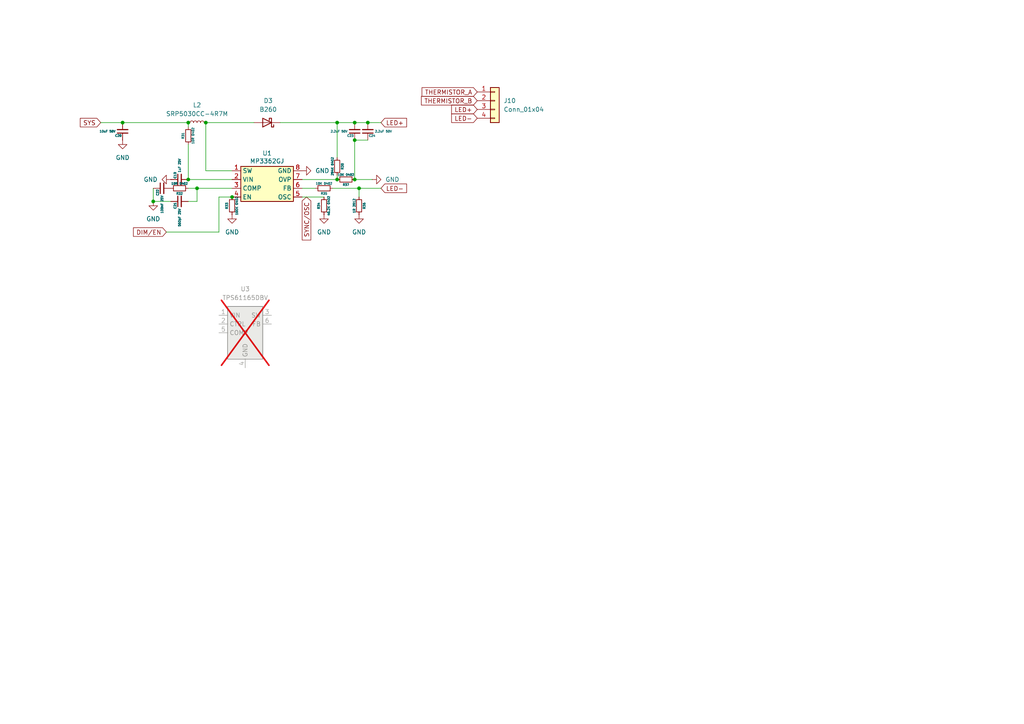
<source format=kicad_sch>
(kicad_sch (version 20231120) (generator "eeschema") (generator_version "8.0")
  (paper "A4")
  (lib_symbols
    (symbol "Connector_Generic:Conn_01x04" (pin_names (offset 1.016) hide)
      (property "Reference" "J" (at 0 5.08 0))
      (property "Value" "Conn_01x04" (at 0 -7.62 0))
      (symbol "Conn_01x04_1_1"
        (rectangle (start -1.27 -4.953) (end 0 -5.207) (stroke (width 0.1524)))
        (rectangle (start -1.27 -2.413) (end 0 -2.667) (stroke (width 0.1524)))
        (rectangle (start -1.27 0.127) (end 0 -0.127) (stroke (width 0.1524)))
        (rectangle (start -1.27 2.667) (end 0 2.413) (stroke (width 0.1524)))
        (rectangle (start -1.27 3.81) (end 1.27 -6.35) (stroke (width 0.254)) (fill (type background)))
        (pin passive line (at -5.08 2.54 0) (length 3.81) (name "Pin_1") (number "1"))
        (pin passive line (at -5.08 0 0) (length 3.81) (name "Pin_2") (number "2"))
        (pin passive line (at -5.08 -2.54 0) (length 3.81) (name "Pin_3") (number "3"))
        (pin passive line (at -5.08 -5.08 0) (length 3.81) (name "Pin_4") (number "4"))
      )
    )
    (symbol "Device:C_Small" (pin_numbers hide) (pin_names (offset 0.254) hide)
      (property "Reference" "C" (at 0.254 1.778 0))
      (property "Value" "C_Small" (at 0.254 -2.032 0))
      (symbol "C_Small_0_1"
        (polyline (pts (xy -1.524 -0.508) (xy 1.524 -0.508)) (stroke (width 0.3302)))
        (polyline (pts (xy -1.524 0.508) (xy 1.524 0.508)) (stroke (width 0.3048)))
      )
      (symbol "C_Small_1_1"
        (pin passive line (at 0 2.54 270) (length 2.032) (name "~") (number "1"))
        (pin passive line (at 0 -2.54 90) (length 2.032) (name "~") (number "2"))
      )
    )
    (symbol "Device:L_Small" (pin_numbers hide) (pin_names (offset 0.254) hide)
      (property "Reference" "L" (at 0.762 1.016 0))
      (property "Value" "L_Small" (at 0.762 -1.016 0))
      (symbol "L_Small_0_1"
        (arc (start 0 -2.032) (mid 0.5058 -1.524) (end 0 -1.016))
        (arc (start 0 -1.016) (mid 0.5058 -0.508) (end 0 0))
        (arc (start 0 0) (mid 0.5058 0.508) (end 0 1.016))
        (arc (start 0 1.016) (mid 0.5058 1.524) (end 0 2.032))
      )
      (symbol "L_Small_1_1"
        (pin passive line (at 0 2.54 270) (length 0.508) (name "~") (number "1"))
        (pin passive line (at 0 -2.54 90) (length 0.508) (name "~") (number "2"))
      )
    )
    (symbol "Device:R_Small" (pin_numbers hide) (pin_names (offset 0.254) hide)
      (property "Reference" "R" (at 0.762 0.508 0))
      (property "Value" "R_Small" (at 0.762 -1.016 0))
      (symbol "R_Small_0_1"
        (rectangle (start -0.762 1.778) (end 0.762 -1.778) (stroke (width 0.2032)))
      )
      (symbol "R_Small_1_1"
        (pin passive line (at 0 2.54 270) (length 0.762) (name "~") (number "1"))
        (pin passive line (at 0 -2.54 90) (length 0.762) (name "~") (number "2"))
      )
    )
    (symbol "Diode:B260" (pin_numbers hide) (pin_names (offset 1.016) hide)
      (property "Reference" "D" (at 0 2.54 0))
      (property "Value" "B260" (at 0 -2.54 0))
      (symbol "B260_0_1"
        (polyline (pts (xy 1.27 0) (xy -1.27 0)))
        (polyline (pts (xy 1.27 1.27) (xy 1.27 -1.27) (xy -1.27 0) (xy 1.27 1.27)) (stroke (width 0.254)))
        (polyline (pts (xy -1.905 0.635) (xy -1.905 1.27) (xy -1.27 1.27) (xy -1.27 -1.27) (xy -0.635 -1.27) (xy -0.635 -0.635)) (stroke (width 0.254)))
      )
      (symbol "B260_1_1"
        (pin passive line (at -3.81 0 0) (length 2.54) (name "K") (number "1"))
        (pin passive line (at 3.81 0 180) (length 2.54) (name "A") (number "2"))
      )
    )
    (symbol "Driver_LED:MP3362GJ"
      (property "Reference" "U1" (at 0 8.89 0))
      (property "Value" "MP3362GJ" (at 0 6.604 0))
      (symbol "MP3362GJ_1_1"
        (rectangle (start -7.62 5.08) (end 7.62 -5.08) (stroke (width 0.254)) (fill (type background)))
        (pin passive line (at -10.16 3.81 0) (length 2.54) (name "SW") (number "1"))
        (pin power_in line (at -10.16 1.27 0) (length 2.54) (name "VIN") (number "2"))
        (pin passive line (at -10.16 -1.27 0) (length 2.54) (name "COMP") (number "3"))
        (pin input line (at -10.16 -3.81 0) (length 2.54) (name "EN") (number "4"))
        (pin input line (at 10.16 -3.81 180) (length 2.54) (name "OSC") (number "5"))
        (pin passive line (at 10.16 -1.27 180) (length 2.54) (name "FB") (number "6"))
        (pin input line (at 10.16 1.27 180) (length 2.54) (name "OVP") (number "7"))
        (pin power_in line (at 10.16 3.81 180) (length 2.54) (name "GND") (number "8"))
      )
    )
    (symbol "Driver_LED:TPS61165DBV"
      (property "Reference" "U" (at 0 11.43 0))
      (property "Value" "TPS61165DBV" (at 0 8.89 0))
      (symbol "TPS61165DBV_1_1"
        (rectangle (start -5.08 7.62) (end 5.08 -7.62) (stroke (width 0.254)) (fill (type background)))
        (pin power_in line (at -7.62 5.08 0) (length 2.54) (name "VIN") (number "1"))
        (pin input line (at -7.62 2.54 0) (length 2.54) (name "CTRL") (number "2"))
        (pin output line (at 7.62 5.08 180) (length 2.54) (name "SW") (number "3"))
        (pin power_in line (at 0 -10.16 90) (length 2.54) (name "GND") (number "4"))
        (pin output line (at -7.62 0 0) (length 2.54) (name "COMP") (number "5"))
        (pin input line (at 7.62 2.54 180) (length 2.54) (name "FB") (number "6"))
      )
    )
    (symbol "power:GND" (power) (pin_numbers hide) (pin_names (offset 0) hide)
      (property "Value" "GND" (at 0 -3.81 0))
      (symbol "GND_0_1"
        (polyline (pts (xy 0 0) (xy 0 -1.27) (xy 1.27 -1.27) (xy 0 -2.54) (xy -1.27 -1.27) (xy 0 -1.27)))
      )
      (symbol "GND_1_1"
        (pin power_in line (at 0 0 270) (length 0) (name "~") (number "1"))
      )
    )
  )
  (junction (at 97.79 35.56))
  (junction (at 54.61 35.56))
  (junction (at 97.79 52.07))
  (junction (at 57.15 54.61))
  (junction (at 67.31 57.15))
  (junction (at 102.87 52.07))
  (junction (at 106.68 35.56))
  (junction (at 102.87 35.56))
  (junction (at 35.56 35.56))
  (junction (at 54.61 52.07))
  (junction (at 59.69 35.56))
  (junction (at 104.14 54.61))
  (junction (at 44.45 58.42))
  (junction (at 102.87 40.64))
  (wire (pts (xy 102.87 35.56) (xy 106.68 35.56)))
  (wire (pts (xy 102.87 40.64) (xy 102.87 52.07)))
  (wire (pts (xy 81.28 35.56) (xy 97.79 35.56)))
  (wire (pts (xy 102.87 40.64) (xy 106.68 40.64)))
  (wire (pts (xy 87.63 54.61) (xy 91.44 54.61)))
  (wire (pts (xy 44.45 58.42) (xy 44.45 54.61)))
  (wire (pts (xy 110.49 35.56) (xy 106.68 35.56)))
  (wire (pts (xy 63.5 57.15) (xy 63.5 67.31)))
  (wire (pts (xy 96.52 54.61) (xy 104.14 54.61)))
  (wire (pts (xy 87.63 52.07) (xy 97.79 52.07)))
  (wire (pts (xy 49.53 58.42) (xy 44.45 58.42)))
  (wire (pts (xy 54.61 58.42) (xy 57.15 58.42)))
  (wire (pts (xy 54.61 36.83) (xy 54.61 35.56)))
  (wire (pts (xy 97.79 35.56) (xy 97.79 45.72)))
  (wire (pts (xy 93.98 57.15) (xy 87.63 57.15)))
  (wire (pts (xy 29.21 35.56) (xy 35.56 35.56)))
  (wire (pts (xy 48.26 67.31) (xy 63.5 67.31)))
  (wire (pts (xy 35.56 35.56) (xy 54.61 35.56)))
  (wire (pts (xy 54.61 52.07) (xy 67.31 52.07)))
  (wire (pts (xy 97.79 35.56) (xy 102.87 35.56)))
  (wire (pts (xy 102.87 52.07) (xy 107.95 52.07)))
  (wire (pts (xy 59.69 35.56) (xy 73.66 35.56)))
  (wire (pts (xy 67.31 57.15) (xy 63.5 57.15)))
  (wire (pts (xy 67.31 49.53) (xy 59.69 49.53)))
  (wire (pts (xy 59.69 49.53) (xy 59.69 35.56)))
  (wire (pts (xy 57.15 54.61) (xy 67.31 54.61)))
  (wire (pts (xy 57.15 58.42) (xy 57.15 54.61)))
  (wire (pts (xy 54.61 54.61) (xy 57.15 54.61)))
  (wire (pts (xy 104.14 54.61) (xy 104.14 57.15)))
  (wire (pts (xy 110.49 54.61) (xy 104.14 54.61)))
  (wire (pts (xy 54.61 52.07) (xy 54.61 41.91)))
  (wire (pts (xy 97.79 50.8) (xy 97.79 52.07)))
  (global_label "LED-" (shape input) (at 110.49 54.61 0) (property "Intersheetrefs" "${INTERSHEET_REFS}" (effects (hide yes))))
  (global_label "LED+" (shape input) (at 138.43 31.75 180) (property "Intersheetrefs" "${INTERSHEET_REFS}" (effects (hide yes))))
  (global_label "SYNC{slash}OSC" (shape input) (at 88.9 57.15 270) (property "Intersheetrefs" "${INTERSHEET_REFS}" (effects (hide yes))))
  (global_label "THERMISTOR_A" (shape input) (at 138.43 26.67 180) (property "Intersheetrefs" "${INTERSHEET_REFS}" (effects (hide yes))))
  (global_label "LED+" (shape input) (at 110.49 35.56 0) (property "Intersheetrefs" "${INTERSHEET_REFS}" (effects (hide yes))))
  (global_label "DIM{slash}EN" (shape input) (at 48.26 67.31 180) (property "Intersheetrefs" "${INTERSHEET_REFS}" (effects (hide yes))))
  (global_label "THERMISTOR_B" (shape input) (at 138.43 29.21 180) (property "Intersheetrefs" "${INTERSHEET_REFS}" (effects (hide yes))))
  (global_label "LED-" (shape input) (at 138.43 34.29 180) (property "Intersheetrefs" "${INTERSHEET_REFS}" (effects (hide yes))))
  (global_label "SYS" (shape input) (at 29.21 35.56 180) (property "Intersheetrefs" "${INTERSHEET_REFS}" (effects (hide yes))))
  (symbol (lib_id "Diode:B260") (at 77.47 35.56 180) (unit 1)
    (property "Reference" "D3" (at 77.7875 29.21 0))
    (property "Value" "B260" (at 77.7875 31.75 0))
    (property "Footprint" "Diode_SMD:D_SMB" (effects (hide yes)))
    (property "Datasheet" "http://www.jameco.com/Jameco/Products/ProdDS/1538777.pdf" (effects (hide yes)))
    (property "Description" "60V 2A Schottky Barrier Rectifier Diode, SMB" (effects (hide yes)))
  )
  (symbol (lib_id "Device:R_Small") (at 100.33 52.07 270) (mirror x) (unit 1)
    (property "Reference" "R37" (at 100.33 53.594 90) (effects (font (size 0.635 0.635))))
    (property "Value" "10K 0402" (at 100.33 51.054 90) (effects (font (size 0.635 0.635)) (justify top)))
    (property "Footprint" "Resistor_SMD:R_0402_1005Metric" (effects (hide yes)))
    (property "Description" "Resistor, small symbol" (effects (hide yes)))
  )
  (symbol (lib_id "Device:C_Small") (at 35.56 38.1 180) (unit 1)
    (property "Reference" "C20" (at 35.306 39.37 0) (effects (font (size 0.635 0.635)) (justify left)))
    (property "Value" "10uF 50V" (at 33.528 38.1 0) (effects (font (size 0.635 0.635)) (justify left)))
    (property "Footprint" "Capacitor_SMD:C_0402_1005Metric" (effects (hide yes)))
    (property "Description" "Unpolarized capacitor, small symbol" (effects (hide yes)))
  )
  (symbol (lib_id "power:GND") (at 107.95 52.07 90) (unit 1)
    (property "Reference" "#PWR025" (effects (hide yes)))
    (property "Value" "GND" (at 111.76 52.0699 90) (effects (justify right)))
    (property "Description" "Power symbol creates a global label with name \"GND\" , ground" (effects (hide yes)))
  )
  (symbol (lib_id "Device:R_Small") (at 93.98 54.61 270) (mirror x) (unit 1)
    (property "Reference" "R35" (at 93.98 56.134 90) (effects (font (size 0.635 0.635))))
    (property "Value" "10K 0402" (at 93.98 53.594 90) (effects (font (size 0.635 0.635)) (justify top)))
    (property "Footprint" "Resistor_SMD:R_0402_1005Metric" (effects (hide yes)))
    (property "Description" "Resistor, small symbol" (effects (hide yes)))
  )
  (symbol (lib_id "Device:R_Small") (at 93.98 59.69 0) (mirror x) (unit 1)
    (property "Reference" "R34" (at 92.456 59.69 90) (effects (font (size 0.635 0.635))))
    (property "Value" "40.2K 0402" (at 94.996 59.69 90) (effects (font (size 0.635 0.635)) (justify top)))
    (property "Footprint" "Resistor_SMD:R_0402_1005Metric" (effects (hide yes)))
    (property "Description" "Resistor, small symbol" (effects (hide yes)))
  )
  (symbol (lib_id "power:GND") (at 67.31 62.23 0) (unit 1)
    (property "Reference" "#PWR022" (effects (hide yes)))
    (property "Value" "GND" (at 67.31 67.31 0))
    (property "Description" "Power symbol creates a global label with name \"GND\" , ground" (effects (hide yes)))
  )
  (symbol (lib_id "power:GND") (at 87.63 49.53 90) (unit 1)
    (property "Reference" "#PWR026" (effects (hide yes)))
    (property "Value" "GND" (at 91.44 49.5299 90) (effects (justify right)))
    (property "Description" "Power symbol creates a global label with name \"GND\" , ground" (effects (hide yes)))
  )
  (symbol (lib_id "Device:C_Small") (at 46.99 54.61 90) (mirror x) (unit 1)
    (property "Reference" "C22" (at 45.72 54.864 0) (effects (font (size 0.635 0.635)) (justify left)))
    (property "Value" "100nF 25V" (at 46.99 56.642 0) (effects (font (size 0.635 0.635)) (justify left)))
    (property "Footprint" "Capacitor_SMD:C_0402_1005Metric" (effects (hide yes)))
    (property "Description" "Unpolarized capacitor, small symbol" (effects (hide yes)))
  )
  (symbol (lib_id "power:GND") (at 104.14 62.23 0) (unit 1)
    (property "Reference" "#PWR024" (effects (hide yes)))
    (property "Value" "GND" (at 104.14 67.31 0))
    (property "Description" "Power symbol creates a global label with name \"GND\" , ground" (effects (hide yes)))
  )
  (symbol (lib_id "power:GND") (at 35.56 40.64 0) (unit 1)
    (property "Reference" "#PWR020" (effects (hide yes)))
    (property "Value" "GND" (at 35.56 45.72 0))
    (property "Description" "Power symbol creates a global label with name \"GND\" , ground" (effects (hide yes)))
  )
  (symbol (lib_id "power:GND") (at 49.53 52.07 270) (unit 1)
    (property "Reference" "#PWR019" (effects (hide yes)))
    (property "Value" "GND" (at 45.72 52.0699 90) (effects (justify right)))
    (property "Description" "Power symbol creates a global label with name \"GND\" , ground" (effects (hide yes)))
  )
  (symbol (lib_id "Driver_LED:MP3362GJ") (at 77.47 53.34 0) (unit 1)
    (property "Reference" "U1" (at 77.47 44.45 0))
    (property "Value" "MP3362GJ" (at 77.47 46.736 0))
    (property "Footprint" "Package_TO_SOT_SMD:TSOT-23-8" (effects (hide yes)))
    (property "Datasheet" "https://www.monolithicpower.com/en/documentview/productdocument/index/version/2/document_type/Datasheet/lang/en/sku/MP3362GJ/document_id/9117/" (effects (hide yes)))
    (property "Description" "Single string LED driver, 3V to 36V input, 4A peak current limit, 200Khz to 2Mhz, SOT23-8" (effects (hide yes)))
  )
  (symbol (lib_id "Connector_Generic:Conn_01x04") (at 143.51 29.21 0) (unit 1)
    (property "Reference" "J10" (at 146.05 29.2099 0) (effects (justify left)))
    (property "Value" "Conn_01x04" (at 146.05 31.7499 0) (effects (justify left)))
    (property "Footprint" "Connector_PinSocket_2.54mm:PinSocket_1x04_P2.54mm_Vertical" (effects (hide yes)))
    (property "Description" "Generic connector, single row, 01x04, script generated (kicad-library-utils/schlib/autogen/connector/)" (effects (hide yes)))
  )
  (symbol (lib_id "Device:R_Small") (at 54.61 39.37 0) (mirror x) (unit 1)
    (property "Reference" "R31" (at 53.086 39.37 90) (effects (font (size 0.635 0.635))))
    (property "Value" "10R 0402" (at 55.626 39.37 90) (effects (font (size 0.635 0.635)) (justify top)))
    (property "Footprint" "Resistor_SMD:R_0402_1005Metric" (effects (hide yes)))
    (property "Description" "Resistor, small symbol" (effects (hide yes)))
  )
  (symbol (lib_id "Driver_LED:TPS61165DBV") (at 71.12 96.52 0) (unit 1) (in_bom no) (on_board no) (dnp yes)
    (property "Reference" "U3" (at 71.12 83.82 0))
    (property "Value" "TPS61165DBV" (at 71.12 86.36 0))
    (property "Footprint" "Package_TO_SOT_SMD:SOT-23-6_Handsoldering" (effects (hide yes)))
    (property "Datasheet" "https://www.ti.com/lit/ds/symlink/tps61165.pdf" (effects (hide yes)))
    (property "Description" "High-Brightness, Constant current LED Driver, 3V to 18V input voltage range, internal switch, up to 38V/1.2A output,  SOT-23-6" (effects (hide yes)))
  )
  (symbol (lib_id "Device:R_Small") (at 104.14 59.69 0) (mirror y) (unit 1)
    (property "Reference" "R36" (at 105.664 59.69 90) (effects (font (size 0.635 0.635))))
    (property "Value" "1R 2512" (at 103.124 59.69 90) (effects (font (size 0.635 0.635)) (justify top)))
    (property "Footprint" "Resistor_SMD:R_2512_6332Metric" (effects (hide yes)))
    (property "Description" "Resistor, small symbol" (effects (hide yes)))
  )
  (symbol (lib_id "Device:R_Small") (at 67.31 59.69 0) (mirror x) (unit 1)
    (property "Reference" "R33" (at 65.786 59.69 90) (effects (font (size 0.635 0.635))))
    (property "Value" "100K 0402" (at 68.326 59.69 90) (effects (font (size 0.635 0.635)) (justify top)))
    (property "Footprint" "Resistor_SMD:R_0402_1005Metric" (effects (hide yes)))
    (property "Description" "Resistor, small symbol" (effects (hide yes)))
  )
  (symbol (lib_id "power:GND") (at 44.45 58.42 0) (unit 1)
    (property "Reference" "#PWR021" (effects (hide yes)))
    (property "Value" "GND" (at 44.45 63.5 0))
    (property "Description" "Power symbol creates a global label with name \"GND\" , ground" (effects (hide yes)))
  )
  (symbol (lib_id "Device:C_Small") (at 106.68 38.1 0) (mirror x) (unit 1)
    (property "Reference" "C24" (at 106.934 39.37 0) (effects (font (size 0.635 0.635)) (justify left)))
    (property "Value" "2.2uF 50V" (at 108.712 38.1 0) (effects (font (size 0.635 0.635)) (justify left)))
    (property "Footprint" "Capacitor_SMD:C_0402_1005Metric" (effects (hide yes)))
    (property "Description" "Unpolarized capacitor, small symbol" (effects (hide yes)))
  )
  (symbol (lib_id "Device:L_Small") (at 57.15 35.56 90) (unit 1)
    (property "Reference" "L2" (at 57.15 30.48 90))
    (property "Value" "SRP5030CC-4R7M" (at 57.15 33.02 90))
    (property "Footprint" "Inductor_SMD:L_Bourns_SRP5030T" (effects (hide yes)))
    (property "Description" "Inductor, small symbol" (effects (hide yes)))
  )
  (symbol (lib_id "Device:R_Small") (at 97.79 48.26 0) (mirror y) (unit 1)
    (property "Reference" "R38" (at 99.314 48.26 90) (effects (font (size 0.635 0.635))))
    (property "Value" "294K 0402" (at 96.774 48.26 90) (effects (font (size 0.635 0.635)) (justify top)))
    (property "Footprint" "Resistor_SMD:R_0402_1005Metric" (effects (hide yes)))
    (property "Description" "Resistor, small symbol" (effects (hide yes)))
  )
  (symbol (lib_id "Device:R_Small") (at 52.07 54.61 270) (mirror x) (unit 1)
    (property "Reference" "R32" (at 52.07 56.134 90) (effects (font (size 0.635 0.635))))
    (property "Value" "10R 0402" (at 52.07 53.594 90) (effects (font (size 0.635 0.635)) (justify top)))
    (property "Footprint" "Resistor_SMD:R_0402_1005Metric" (effects (hide yes)))
    (property "Description" "Resistor, small symbol" (effects (hide yes)))
  )
  (symbol (lib_id "Device:C_Small") (at 52.07 52.07 90) (unit 1)
    (property "Reference" "C19" (at 50.8 51.816 0) (effects (font (size 0.635 0.635)) (justify left)))
    (property "Value" "1uF 25V" (at 52.07 50.038 0) (effects (font (size 0.635 0.635)) (justify left)))
    (property "Footprint" "Capacitor_SMD:C_0402_1005Metric" (effects (hide yes)))
    (property "Description" "Unpolarized capacitor, small symbol" (effects (hide yes)))
  )
  (symbol (lib_id "power:GND") (at 93.98 62.23 0) (unit 1)
    (property "Reference" "#PWR023" (effects (hide yes)))
    (property "Value" "GND" (at 93.98 67.31 0))
    (property "Description" "Power symbol creates a global label with name \"GND\" , ground" (effects (hide yes)))
  )
  (symbol (lib_id "Device:C_Small") (at 102.87 38.1 180) (unit 1)
    (property "Reference" "C23" (at 102.616 39.37 0) (effects (font (size 0.635 0.635)) (justify left)))
    (property "Value" "2.2uF 50V" (at 100.838 38.1 0) (effects (font (size 0.635 0.635)) (justify left)))
    (property "Footprint" "Capacitor_SMD:C_0402_1005Metric" (effects (hide yes)))
    (property "Description" "Unpolarized capacitor, small symbol" (effects (hide yes)))
  )
  (symbol (lib_id "Device:C_Small") (at 52.07 58.42 90) (mirror x) (unit 1)
    (property "Reference" "C21" (at 50.8 58.674 0) (effects (font (size 0.635 0.635)) (justify left)))
    (property "Value" "560pF 25V" (at 52.07 60.452 0) (effects (font (size 0.635 0.635)) (justify left)))
    (property "Footprint" "Capacitor_SMD:C_0402_1005Metric" (effects (hide yes)))
    (property "Description" "Unpolarized capacitor, small symbol" (effects (hide yes)))
  )
)
</source>
